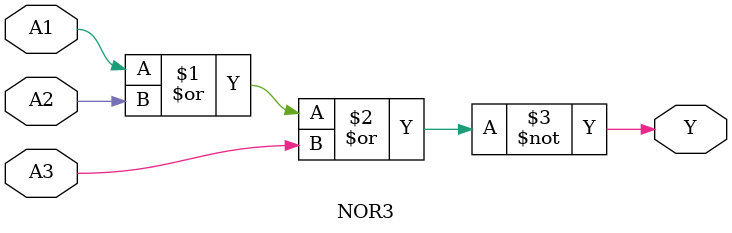
<source format=v>
module NOR3(
    output Y,
    input A1,
    input A2,
    input A3
);
    assign Y = ~(A1 | A2 | A3);
endmodule
</source>
